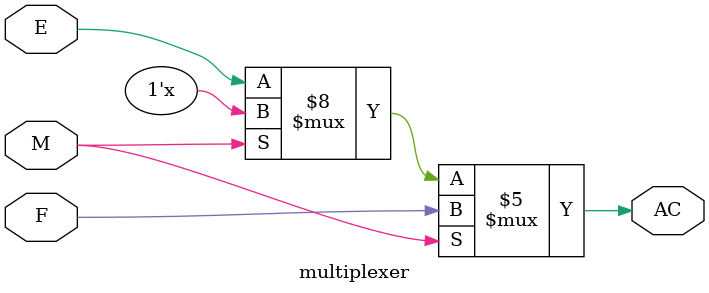
<source format=v>



// Generated by Quartus Prime Version 22.1 (Build Build 917 02/14/2023)
// Created on Thu Feb 15 13:14:04 2024

//  Module Declaration
module multiplexer
(
// {{ALTERA_ARGS_BEGIN}} DO NOT REMOVE THIS LINE!
E, F, M, AC
// {{ALTERA_ARGS_END}} DO NOT REMOVE THIS LINE!
);
// Port Declaration

// {{ALTERA_IO_BEGIN}} DO NOT REMOVE THIS LINE!
input E;
input F;
input M;
output AC;
// {{ALTERA_IO_END}} DO NOT REMOVE THIS LINE!

reg AC;
always @ (M or E or F)
begin
if(M==0) AC = E;
if(M==1) AC = F;

end

endmodule

</source>
